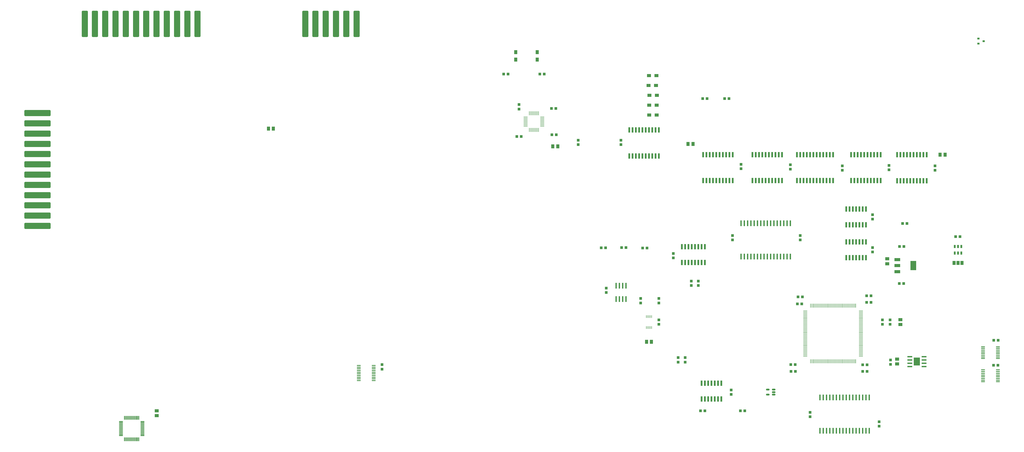
<source format=gtp>
G04 #@! TF.GenerationSoftware,KiCad,Pcbnew,8.0.3*
G04 #@! TF.CreationDate,2024-06-16T18:13:09+02:00*
G04 #@! TF.ProjectId,cbm_ultipet_v1,63626d5f-756c-4746-9970-65745f76312e,rev?*
G04 #@! TF.SameCoordinates,Original*
G04 #@! TF.FileFunction,Paste,Top*
G04 #@! TF.FilePolarity,Positive*
%FSLAX46Y46*%
G04 Gerber Fmt 4.6, Leading zero omitted, Abs format (unit mm)*
G04 Created by KiCad (PCBNEW 8.0.3) date 2024-06-16 18:13:09*
%MOMM*%
%LPD*%
G01*
G04 APERTURE LIST*
G04 Aperture macros list*
%AMRoundRect*
0 Rectangle with rounded corners*
0 $1 Rounding radius*
0 $2 $3 $4 $5 $6 $7 $8 $9 X,Y pos of 4 corners*
0 Add a 4 corners polygon primitive as box body*
4,1,4,$2,$3,$4,$5,$6,$7,$8,$9,$2,$3,0*
0 Add four circle primitives for the rounded corners*
1,1,$1+$1,$2,$3*
1,1,$1+$1,$4,$5*
1,1,$1+$1,$6,$7*
1,1,$1+$1,$8,$9*
0 Add four rect primitives between the rounded corners*
20,1,$1+$1,$2,$3,$4,$5,0*
20,1,$1+$1,$4,$5,$6,$7,0*
20,1,$1+$1,$6,$7,$8,$9,0*
20,1,$1+$1,$8,$9,$2,$3,0*%
G04 Aperture macros list end*
%ADD10R,1.910000X0.610000*%
%ADD11R,2.410000X3.100000*%
%ADD12R,1.100000X1.000000*%
%ADD13R,1.000000X1.100000*%
%ADD14R,1.300000X1.500000*%
%ADD15R,1.200000X1.500000*%
%ADD16R,1.500000X1.200000*%
%ADD17RoundRect,0.100000X-0.637500X-0.100000X0.637500X-0.100000X0.637500X0.100000X-0.637500X0.100000X0*%
%ADD18R,0.660400X2.032000*%
%ADD19R,0.600000X2.200000*%
%ADD20RoundRect,0.358140X0.835660X4.721860X-0.835660X4.721860X-0.835660X-4.721860X0.835660X-4.721860X0*%
%ADD21RoundRect,0.062500X0.062500X-0.662500X0.062500X0.662500X-0.062500X0.662500X-0.062500X-0.662500X0*%
%ADD22RoundRect,0.062500X0.662500X-0.062500X0.662500X0.062500X-0.662500X0.062500X-0.662500X-0.062500X0*%
%ADD23R,1.500000X1.300000*%
%ADD24R,0.635000X1.270000*%
%ADD25R,1.500000X0.270000*%
%ADD26R,0.270000X1.500000*%
%ADD27R,1.168400X1.600200*%
%ADD28RoundRect,0.358140X-4.721860X0.835660X-4.721860X-0.835660X4.721860X-0.835660X4.721860X0.835660X0*%
%ADD29RoundRect,0.150000X0.512500X0.150000X-0.512500X0.150000X-0.512500X-0.150000X0.512500X-0.150000X0*%
%ADD30R,2.235000X1.219000*%
%ADD31R,2.200000X3.600000*%
%ADD32RoundRect,0.075000X-0.075000X0.662500X-0.075000X-0.662500X0.075000X-0.662500X0.075000X0.662500X0*%
%ADD33RoundRect,0.075000X-0.662500X0.075000X-0.662500X-0.075000X0.662500X-0.075000X0.662500X0.075000X0*%
%ADD34R,0.250000X1.000000*%
%ADD35R,0.900000X0.800000*%
G04 APERTURE END LIST*
D10*
X364095000Y-180975000D03*
X364095000Y-179705000D03*
X364095000Y-178435000D03*
X364095000Y-177165000D03*
X358535000Y-177165000D03*
X358535000Y-178435000D03*
X358535000Y-179705000D03*
X358535000Y-180975000D03*
D11*
X361315000Y-179070000D03*
D12*
X241093210Y-135144172D03*
X239393210Y-135144172D03*
X206795000Y-92075000D03*
X208495000Y-92075000D03*
X222004390Y-91440000D03*
X220304390Y-91440000D03*
D13*
X271780000Y-179285000D03*
X271780000Y-177585000D03*
D14*
X272902491Y-95002215D03*
X274802491Y-95002215D03*
D13*
X344170000Y-135040000D03*
X344170000Y-136740000D03*
X332490504Y-103422340D03*
X332490504Y-105122340D03*
X351155000Y-180135000D03*
X351155000Y-178435000D03*
X350520000Y-104992852D03*
X350520000Y-103292852D03*
D15*
X206375000Y-62409654D03*
X206375000Y-59509654D03*
D16*
X260797740Y-83820000D03*
X257897740Y-83820000D03*
D13*
X346710000Y-202350000D03*
X346710000Y-204050000D03*
X267235711Y-139016191D03*
X267235711Y-137316191D03*
D12*
X203415000Y-67945000D03*
X201715000Y-67945000D03*
D17*
X386856389Y-182326466D03*
X386856389Y-182976466D03*
X386856389Y-183626466D03*
X386856389Y-184276466D03*
X386856389Y-184926466D03*
X386856389Y-185576466D03*
X386856389Y-186226466D03*
X386856389Y-186876466D03*
X392581389Y-186876466D03*
X392581389Y-186226466D03*
X392581389Y-185576466D03*
X392581389Y-184926466D03*
X392581389Y-184276466D03*
X392581389Y-183626466D03*
X392581389Y-182976466D03*
X392581389Y-182326466D03*
D16*
X260734095Y-68580000D03*
X257834095Y-68580000D03*
D13*
X261620000Y-156425000D03*
X261620000Y-154725000D03*
X269100166Y-179285000D03*
X269100166Y-177585000D03*
D18*
X341630000Y-132816600D03*
X340360000Y-132816600D03*
X339090000Y-132816600D03*
X337820000Y-132816600D03*
X336550000Y-132816600D03*
X335280000Y-132816600D03*
X334010000Y-132816600D03*
X334010000Y-138963400D03*
X335280000Y-138963400D03*
X336550000Y-138963400D03*
X337820000Y-138963400D03*
X339090000Y-138963400D03*
X340360000Y-138963400D03*
X341630000Y-138963400D03*
D16*
X260797740Y-80010000D03*
X257897740Y-80010000D03*
D12*
X354469868Y-148923456D03*
X356169868Y-148923456D03*
D19*
X245110000Y-154940000D03*
X246380000Y-154940000D03*
X247650000Y-154940000D03*
X248920000Y-154940000D03*
X248920000Y-149740000D03*
X247650000Y-149740000D03*
X246380000Y-149740000D03*
X245110000Y-149740000D03*
D20*
X144841565Y-48598750D03*
X140879165Y-48598750D03*
X136916765Y-48598750D03*
X132954365Y-48598750D03*
X128991965Y-48598750D03*
X125029565Y-48598750D03*
D12*
X278550000Y-77470000D03*
X280250000Y-77470000D03*
D19*
X293370000Y-138496000D03*
X294640000Y-138496000D03*
X295910000Y-138496000D03*
X297180000Y-138496000D03*
X298450000Y-138496000D03*
X299720000Y-138496000D03*
X300990000Y-138496000D03*
X302260000Y-138496000D03*
X303530000Y-138496000D03*
X304800000Y-138496000D03*
X306070000Y-138496000D03*
X307340000Y-138496000D03*
X308610000Y-138496000D03*
X309880000Y-138496000D03*
X311150000Y-138496000D03*
X312420000Y-138496000D03*
X312420000Y-125664000D03*
X311150000Y-125664000D03*
X309880000Y-125664000D03*
X308610000Y-125664000D03*
X307340000Y-125664000D03*
X306070000Y-125664000D03*
X304800000Y-125664000D03*
X303530000Y-125664000D03*
X302260000Y-125664000D03*
X300990000Y-125664000D03*
X299720000Y-125664000D03*
X298450000Y-125664000D03*
X297180000Y-125664000D03*
X295910000Y-125664000D03*
X294640000Y-125664000D03*
X293370000Y-125664000D03*
D18*
X365125000Y-99184262D03*
X363855000Y-99184262D03*
X362585000Y-99184262D03*
X361315000Y-99184262D03*
X360045000Y-99184262D03*
X358775000Y-99184262D03*
X357505000Y-99184262D03*
X356235000Y-99184262D03*
X354965000Y-99184262D03*
X353695000Y-99184262D03*
X353695000Y-109242662D03*
X354965000Y-109242662D03*
X356235000Y-109242662D03*
X357505000Y-109242662D03*
X358775000Y-109242662D03*
X360045000Y-109242662D03*
X361315000Y-109242662D03*
X362585000Y-109242662D03*
X363855000Y-109242662D03*
X365125000Y-109242662D03*
D12*
X294855000Y-198120000D03*
X293155000Y-198120000D03*
X314317475Y-180285256D03*
X312617475Y-180285256D03*
D13*
X350940000Y-162980000D03*
X350940000Y-164680000D03*
D21*
X211610000Y-89560000D03*
X212110000Y-89560000D03*
X212610000Y-89560000D03*
X213110000Y-89560000D03*
X213610000Y-89560000D03*
X214110000Y-89560000D03*
X214610000Y-89560000D03*
X215110000Y-89560000D03*
D22*
X216560000Y-88110000D03*
X216560000Y-87610000D03*
X216560000Y-87110000D03*
X216560000Y-86610000D03*
X216560000Y-86110000D03*
X216560000Y-85610000D03*
X216560000Y-85110000D03*
X216560000Y-84610000D03*
D21*
X215110000Y-83160000D03*
X214610000Y-83160000D03*
X214110000Y-83160000D03*
X213610000Y-83160000D03*
X213110000Y-83160000D03*
X212610000Y-83160000D03*
X212110000Y-83160000D03*
X211610000Y-83160000D03*
D22*
X210160000Y-84610000D03*
X210160000Y-85110000D03*
X210160000Y-85610000D03*
X210160000Y-86110000D03*
X210160000Y-86610000D03*
X210160000Y-87110000D03*
X210160000Y-87610000D03*
X210160000Y-88110000D03*
D17*
X145727500Y-180590000D03*
X145727500Y-181240000D03*
X145727500Y-181890000D03*
X145727500Y-182540000D03*
X145727500Y-183190000D03*
X145727500Y-183840000D03*
X145727500Y-184490000D03*
X145727500Y-185140000D03*
X145727500Y-185790000D03*
X145727500Y-186440000D03*
X151452500Y-186440000D03*
X151452500Y-185790000D03*
X151452500Y-185140000D03*
X151452500Y-184490000D03*
X151452500Y-183840000D03*
X151452500Y-183190000D03*
X151452500Y-182540000D03*
X151452500Y-181890000D03*
X151452500Y-181240000D03*
X151452500Y-180590000D03*
D18*
X285750000Y-187426600D03*
X284480000Y-187426600D03*
X283210000Y-187426600D03*
X281940000Y-187426600D03*
X280670000Y-187426600D03*
X279400000Y-187426600D03*
X278130000Y-187426600D03*
X278130000Y-193573400D03*
X279400000Y-193573400D03*
X280670000Y-193573400D03*
X281940000Y-193573400D03*
X283210000Y-193573400D03*
X284480000Y-193573400D03*
X285750000Y-193573400D03*
D23*
X349885000Y-141285000D03*
X349885000Y-139385000D03*
D24*
X375920000Y-137160000D03*
X377190000Y-137160000D03*
X378460000Y-137160000D03*
X378460000Y-134620000D03*
X377190000Y-134620000D03*
X375920000Y-134620000D03*
D16*
X260530000Y-72390000D03*
X257630000Y-72390000D03*
D23*
X353695000Y-178120000D03*
X353695000Y-180020000D03*
D12*
X376235537Y-130772341D03*
X377935537Y-130772341D03*
D13*
X368300000Y-103422923D03*
X368300000Y-105122923D03*
D12*
X342060000Y-182880000D03*
X340360000Y-182880000D03*
D25*
X318198519Y-159511791D03*
X318198519Y-160011791D03*
X318198519Y-160511791D03*
X318198519Y-161011791D03*
X318198519Y-161511791D03*
X318198519Y-162011791D03*
X318198519Y-162511791D03*
X318198519Y-163011791D03*
X318198519Y-163511791D03*
X318198519Y-164011791D03*
X318198519Y-164511791D03*
X318198519Y-165011791D03*
X318198519Y-165511791D03*
X318198519Y-166011791D03*
X318198519Y-166511791D03*
X318198519Y-167011791D03*
X318198519Y-167511791D03*
X318198519Y-168011791D03*
X318198519Y-168511791D03*
X318198519Y-169011791D03*
X318198519Y-169511791D03*
X318198519Y-170011791D03*
X318198519Y-170511791D03*
X318198519Y-171011791D03*
X318198519Y-171511791D03*
X318198519Y-172011791D03*
X318198519Y-172511791D03*
X318198519Y-173011791D03*
X318198519Y-173511791D03*
X318198519Y-174011791D03*
X318198519Y-174511791D03*
X318198519Y-175011791D03*
X318198519Y-175511791D03*
X318198519Y-176011791D03*
X318198519Y-176511791D03*
X318198519Y-177011791D03*
D26*
X320198519Y-179011791D03*
X320698519Y-179011791D03*
X321198519Y-179011791D03*
X321698519Y-179011791D03*
X322198519Y-179011791D03*
X322698519Y-179011791D03*
X323198519Y-179011791D03*
X323698519Y-179011791D03*
X324198519Y-179011791D03*
X324698519Y-179011791D03*
X325198519Y-179011791D03*
X325698519Y-179011791D03*
X326198519Y-179011791D03*
X326698519Y-179011791D03*
X327198519Y-179011791D03*
X327698519Y-179011791D03*
X328198519Y-179011791D03*
X328698519Y-179011791D03*
X329198519Y-179011791D03*
X329698519Y-179011791D03*
X330198519Y-179011791D03*
X330698519Y-179011791D03*
X331198519Y-179011791D03*
X331698519Y-179011791D03*
X332198519Y-179011791D03*
X332698519Y-179011791D03*
X333198519Y-179011791D03*
X333698519Y-179011791D03*
X334198519Y-179011791D03*
X334698519Y-179011791D03*
X335198519Y-179011791D03*
X335698519Y-179011791D03*
X336198519Y-179011791D03*
X336698519Y-179011791D03*
X337198519Y-179011791D03*
X337698519Y-179011791D03*
D25*
X339698519Y-177011791D03*
X339698519Y-176511791D03*
X339698519Y-176011791D03*
X339698519Y-175511791D03*
X339698519Y-175011791D03*
X339698519Y-174511791D03*
X339698519Y-174011791D03*
X339698519Y-173511791D03*
X339698519Y-173011791D03*
X339698519Y-172511791D03*
X339698519Y-172011791D03*
X339698519Y-171511791D03*
X339698519Y-171011791D03*
X339698519Y-170511791D03*
X339698519Y-170011791D03*
X339698519Y-169511791D03*
X339698519Y-169011791D03*
X339698519Y-168511791D03*
X339698519Y-168011791D03*
X339698519Y-167511791D03*
X339698519Y-167011791D03*
X339698519Y-166511791D03*
X339698519Y-166011791D03*
X339698519Y-165511791D03*
X339698519Y-165011791D03*
X339698519Y-164511791D03*
X339698519Y-164011791D03*
X339698519Y-163511791D03*
X339698519Y-163011791D03*
X339698519Y-162511791D03*
X339698519Y-162011791D03*
X339698519Y-161511791D03*
X339698519Y-161011791D03*
X339698519Y-160511791D03*
X339698519Y-160011791D03*
X339698519Y-159511791D03*
D26*
X337698519Y-157511791D03*
X337198519Y-157511791D03*
X336698519Y-157511791D03*
X336198519Y-157511791D03*
X335698519Y-157511791D03*
X335198519Y-157511791D03*
X334698519Y-157511791D03*
X334198519Y-157511791D03*
X333698519Y-157511791D03*
X333198519Y-157511791D03*
X332698519Y-157511791D03*
X332198519Y-157511791D03*
X331698519Y-157511791D03*
X331198519Y-157511791D03*
X330698519Y-157511791D03*
X330198519Y-157511791D03*
X329698519Y-157511791D03*
X329198519Y-157511791D03*
X328698519Y-157511791D03*
X328198519Y-157511791D03*
X327698519Y-157511791D03*
X327198519Y-157511791D03*
X326698519Y-157511791D03*
X326198519Y-157511791D03*
X325698519Y-157511791D03*
X325198519Y-157511791D03*
X324698519Y-157511791D03*
X324198519Y-157511791D03*
X323698519Y-157511791D03*
X323198519Y-157511791D03*
X322698519Y-157511791D03*
X322198519Y-157511791D03*
X321698519Y-157511791D03*
X321198519Y-157511791D03*
X320698519Y-157511791D03*
X320198519Y-157511791D03*
D12*
X247248106Y-135001468D03*
X248948106Y-135001468D03*
D14*
X370267411Y-99152863D03*
X372167411Y-99152863D03*
D13*
X344170000Y-124040000D03*
X344170000Y-122340000D03*
D14*
X256860000Y-171450000D03*
X258760000Y-171450000D03*
D27*
X378714000Y-140970000D03*
X377190000Y-140970000D03*
X375666000Y-140970000D03*
D18*
X328930000Y-99110800D03*
X327660000Y-99110800D03*
X326390000Y-99110800D03*
X325120000Y-99110800D03*
X323850000Y-99110800D03*
X322580000Y-99110800D03*
X321310000Y-99110800D03*
X320040000Y-99110800D03*
X318770000Y-99110800D03*
X317500000Y-99110800D03*
X316230000Y-99110800D03*
X314960000Y-99110800D03*
X314960000Y-109169200D03*
X316230000Y-109169200D03*
X317500000Y-109169200D03*
X318770000Y-109169200D03*
X320040000Y-109169200D03*
X321310000Y-109169200D03*
X322580000Y-109169200D03*
X323850000Y-109169200D03*
X325120000Y-109169200D03*
X326390000Y-109169200D03*
X327660000Y-109169200D03*
X328930000Y-109169200D03*
D12*
X343587114Y-156210000D03*
X341887114Y-156210000D03*
X287020000Y-77470000D03*
X288720000Y-77470000D03*
D17*
X386856389Y-173355000D03*
X386856389Y-174005000D03*
X386856389Y-174655000D03*
X386856389Y-175305000D03*
X386856389Y-175955000D03*
X386856389Y-176605000D03*
X386856389Y-177255000D03*
X386856389Y-177905000D03*
X392581389Y-177905000D03*
X392581389Y-177255000D03*
X392581389Y-176605000D03*
X392581389Y-175955000D03*
X392581389Y-175305000D03*
X392581389Y-174655000D03*
X392581389Y-174005000D03*
X392581389Y-173355000D03*
D18*
X290195000Y-99110800D03*
X288925000Y-99110800D03*
X287655000Y-99110800D03*
X286385000Y-99110800D03*
X285115000Y-99110800D03*
X283845000Y-99110800D03*
X282575000Y-99110800D03*
X281305000Y-99110800D03*
X280035000Y-99110800D03*
X278765000Y-99110800D03*
X278765000Y-109169200D03*
X280035000Y-109169200D03*
X281305000Y-109169200D03*
X282575000Y-109169200D03*
X283845000Y-109169200D03*
X285115000Y-109169200D03*
X286385000Y-109169200D03*
X287655000Y-109169200D03*
X288925000Y-109169200D03*
X290195000Y-109169200D03*
D28*
X21620877Y-83081015D03*
X21620877Y-87043415D03*
X21620877Y-91005815D03*
X21620877Y-94968215D03*
X21620877Y-98930615D03*
X21620877Y-102893015D03*
X21620877Y-106855415D03*
X21620877Y-110817815D03*
X21620877Y-114780215D03*
X21620877Y-118742615D03*
X21620877Y-122705015D03*
X21620877Y-126667415D03*
D13*
X320040000Y-198733012D03*
X320040000Y-200433012D03*
X261620000Y-164680000D03*
X261620000Y-162980000D03*
D23*
X67627500Y-198122500D03*
X67627500Y-200022500D03*
D12*
X315380000Y-154059211D03*
X317080000Y-154059211D03*
X279400000Y-198120000D03*
X277700000Y-198120000D03*
D13*
X312420000Y-103007445D03*
X312420000Y-104707445D03*
X347980000Y-162980000D03*
X347980000Y-164680000D03*
X230505000Y-95285729D03*
X230505000Y-93585729D03*
D18*
X270510000Y-140837539D03*
X271780000Y-140837539D03*
X273050000Y-140837539D03*
X274320000Y-140837539D03*
X275590000Y-140837539D03*
X276860000Y-140837539D03*
X278130000Y-140837539D03*
X279400000Y-140837539D03*
X279400000Y-134690739D03*
X278130000Y-134690739D03*
X276860000Y-134690739D03*
X275590000Y-134690739D03*
X274320000Y-134690739D03*
X273050000Y-134690739D03*
X271780000Y-134690739D03*
X270510000Y-134690739D03*
D13*
X241300000Y-152400000D03*
X241300000Y-150700000D03*
X207597802Y-79795000D03*
X207597802Y-81495000D03*
D29*
X305985860Y-191833223D03*
X305985860Y-190883223D03*
X305985860Y-189933223D03*
X303710860Y-189933223D03*
X303710860Y-191833223D03*
D14*
X110810000Y-89063175D03*
X112710000Y-89063175D03*
D13*
X276860000Y-149655000D03*
X276860000Y-147955000D03*
D16*
X260889082Y-76200000D03*
X257989082Y-76200000D03*
D30*
X353771000Y-139696146D03*
X353771000Y-142007146D03*
X353771000Y-144318146D03*
D31*
X359969000Y-142007146D03*
D13*
X254635000Y-156425000D03*
X254635000Y-154725000D03*
D12*
X392580427Y-180476684D03*
X390880427Y-180476684D03*
X342060000Y-180340000D03*
X340360000Y-180340000D03*
D20*
X83442950Y-48596750D03*
X79480550Y-48596750D03*
X75518150Y-48596750D03*
X71555750Y-48596750D03*
X67593350Y-48596750D03*
X63630950Y-48596750D03*
X59668550Y-48596750D03*
X55706150Y-48596750D03*
X51743750Y-48596750D03*
X47781350Y-48596750D03*
X43818950Y-48596750D03*
X39856550Y-48596750D03*
D12*
X314341674Y-182880000D03*
X312641674Y-182880000D03*
D13*
X247015000Y-93550000D03*
X247015000Y-95250000D03*
D18*
X347345000Y-99110800D03*
X346075000Y-99110800D03*
X344805000Y-99110800D03*
X343535000Y-99110800D03*
X342265000Y-99110800D03*
X340995000Y-99110800D03*
X339725000Y-99110800D03*
X338455000Y-99110800D03*
X337185000Y-99110800D03*
X335915000Y-99110800D03*
X335915000Y-109169200D03*
X337185000Y-109169200D03*
X338455000Y-109169200D03*
X339725000Y-109169200D03*
X340995000Y-109169200D03*
X342265000Y-109169200D03*
X343535000Y-109169200D03*
X344805000Y-109169200D03*
X346075000Y-109169200D03*
X347345000Y-109169200D03*
D13*
X154659735Y-180292688D03*
X154659735Y-181992688D03*
D32*
X60744402Y-200813913D03*
X60244402Y-200813913D03*
X59744402Y-200813913D03*
X59244402Y-200813913D03*
X58744402Y-200813913D03*
X58244402Y-200813913D03*
X57744402Y-200813913D03*
X57244402Y-200813913D03*
X56744402Y-200813913D03*
X56244402Y-200813913D03*
X55744402Y-200813913D03*
X55244402Y-200813913D03*
D33*
X53831902Y-202226413D03*
X53831902Y-202726413D03*
X53831902Y-203226413D03*
X53831902Y-203726413D03*
X53831902Y-204226413D03*
X53831902Y-204726413D03*
X53831902Y-205226413D03*
X53831902Y-205726413D03*
X53831902Y-206226413D03*
X53831902Y-206726413D03*
X53831902Y-207226413D03*
X53831902Y-207726413D03*
D32*
X55244402Y-209138913D03*
X55744402Y-209138913D03*
X56244402Y-209138913D03*
X56744402Y-209138913D03*
X57244402Y-209138913D03*
X57744402Y-209138913D03*
X58244402Y-209138913D03*
X58744402Y-209138913D03*
X59244402Y-209138913D03*
X59744402Y-209138913D03*
X60244402Y-209138913D03*
X60744402Y-209138913D03*
D33*
X62156902Y-207726413D03*
X62156902Y-207226413D03*
X62156902Y-206726413D03*
X62156902Y-206226413D03*
X62156902Y-205726413D03*
X62156902Y-205226413D03*
X62156902Y-204726413D03*
X62156902Y-204226413D03*
X62156902Y-203726413D03*
X62156902Y-203226413D03*
X62156902Y-202726413D03*
X62156902Y-202226413D03*
D12*
X221830000Y-81280000D03*
X220130000Y-81280000D03*
X357505000Y-125730000D03*
X355805000Y-125730000D03*
D23*
X354965000Y-162880000D03*
X354965000Y-164780000D03*
D13*
X289560000Y-191770000D03*
X289560000Y-190070000D03*
D12*
X392716262Y-170815000D03*
X391016262Y-170815000D03*
D13*
X293388692Y-102870000D03*
X293388692Y-104570000D03*
D18*
X250190000Y-99644200D03*
X251460000Y-99644200D03*
X252730000Y-99644200D03*
X254000000Y-99644200D03*
X255270000Y-99644200D03*
X256540000Y-99644200D03*
X257810000Y-99644200D03*
X259080000Y-99644200D03*
X260350000Y-99644200D03*
X261620000Y-99644200D03*
X261620000Y-89585800D03*
X260350000Y-89585800D03*
X259080000Y-89585800D03*
X257810000Y-89585800D03*
X256540000Y-89585800D03*
X255270000Y-89585800D03*
X254000000Y-89585800D03*
X252730000Y-89585800D03*
X251460000Y-89585800D03*
X250190000Y-89585800D03*
D13*
X316230000Y-132080000D03*
X316230000Y-130380000D03*
D14*
X220665000Y-95885000D03*
X222565000Y-95885000D03*
D12*
X343564439Y-153670000D03*
X341864439Y-153670000D03*
D19*
X342900000Y-192974000D03*
X341630000Y-192974000D03*
X340360000Y-192974000D03*
X339090000Y-192974000D03*
X337820000Y-192974000D03*
X336550000Y-192974000D03*
X335280000Y-192974000D03*
X334010000Y-192974000D03*
X332740000Y-192974000D03*
X331470000Y-192974000D03*
X330200000Y-192974000D03*
X328930000Y-192974000D03*
X327660000Y-192974000D03*
X326390000Y-192974000D03*
X325120000Y-192974000D03*
X323850000Y-192974000D03*
X323850000Y-205806000D03*
X325120000Y-205806000D03*
X326390000Y-205806000D03*
X327660000Y-205806000D03*
X328930000Y-205806000D03*
X330200000Y-205806000D03*
X331470000Y-205806000D03*
X332740000Y-205806000D03*
X334010000Y-205806000D03*
X335280000Y-205806000D03*
X336550000Y-205806000D03*
X337820000Y-205806000D03*
X339090000Y-205806000D03*
X340360000Y-205806000D03*
X341630000Y-205806000D03*
X342900000Y-205806000D03*
D12*
X217385000Y-67945000D03*
X215685000Y-67945000D03*
X316814612Y-156771714D03*
X315114612Y-156771714D03*
D13*
X290110704Y-132080000D03*
X290110704Y-130380000D03*
D15*
X214630000Y-62410000D03*
X214630000Y-59510000D03*
D12*
X255358166Y-135222015D03*
X257058166Y-135222015D03*
D13*
X274121198Y-149655000D03*
X274121198Y-147955000D03*
D34*
X258810000Y-161716900D03*
X258310000Y-161716900D03*
X257810000Y-161716900D03*
X257310000Y-161716900D03*
X256810000Y-161716900D03*
X256810000Y-165943100D03*
X257310000Y-165943100D03*
X257810000Y-165943100D03*
X258310000Y-165943100D03*
X258810000Y-165943100D03*
D18*
X309245000Y-99110800D03*
X307975000Y-99110800D03*
X306705000Y-99110800D03*
X305435000Y-99110800D03*
X304165000Y-99110800D03*
X302895000Y-99110800D03*
X301625000Y-99110800D03*
X300355000Y-99110800D03*
X299085000Y-99110800D03*
X297815000Y-99110800D03*
X297815000Y-109169200D03*
X299085000Y-109169200D03*
X300355000Y-109169200D03*
X301625000Y-109169200D03*
X302895000Y-109169200D03*
X304165000Y-109169200D03*
X305435000Y-109169200D03*
X306705000Y-109169200D03*
X307975000Y-109169200D03*
X309245000Y-109169200D03*
D35*
X385080000Y-54295000D03*
X385080000Y-56195000D03*
X387080000Y-55245000D03*
D12*
X354557322Y-134620000D03*
X356257322Y-134620000D03*
D18*
X341630000Y-120116600D03*
X340360000Y-120116600D03*
X339090000Y-120116600D03*
X337820000Y-120116600D03*
X336550000Y-120116600D03*
X335280000Y-120116600D03*
X334010000Y-120116600D03*
X334010000Y-126263400D03*
X335280000Y-126263400D03*
X336550000Y-126263400D03*
X337820000Y-126263400D03*
X339090000Y-126263400D03*
X340360000Y-126263400D03*
X341630000Y-126263400D03*
M02*

</source>
